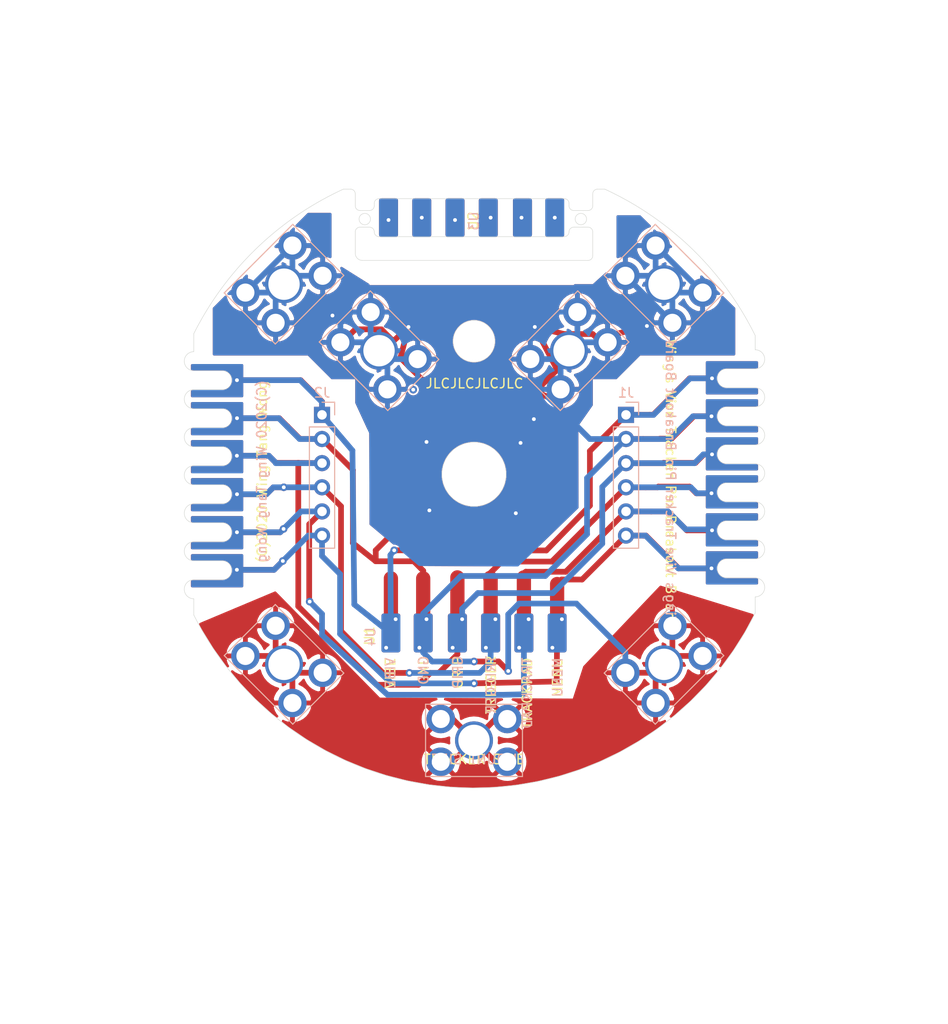
<source format=kicad_pcb>
(kicad_pcb (version 20171130) (host pcbnew "(5.1.7-0-10_14)")
  (layers (0 F.Cu signal) (31 B.Cu signal) (34 B.Paste user) (35 F.Paste user) (36 B.SilkS user) (37 F.SilkS user) (38 B.Mask user) (39 F.Mask user) (44 Edge.Cuts user))
  (net 0 "")
  (net 1 MENU)
  (net 2 TRACKPAD)
  (net 3 VIBRATION-DIO)
  (net 4 GND)
  (net 5 GRIP)
  (net 6 TRIGGER)
  (net 7 MENU_SPACER)
  (net 8 TRACKPAD_SPACER)
  (net 9 VIBRATION-DIO_SPACER)
  (net 10 GND_SPACER)
  (net 11 GRIP_SPACER)
  (net 12 TRIGGER_SPACER)
  (module WingCustomParts:M3-Mount-Lug-Hole (layer B.Cu) (at 0 28)
    (fp_text reference M7 (at 0.3 0) (layer B.SilkS) (effects (justify mirror)))
    (fp_text value M3MountLugHole)
    (pad 1 thru_hole circle (at 0 0) (size 4 4) (drill 3.3) (layers *.Cu *.Mask) (net 4 GND))
    (pad 1 thru_hole circle (at -3.5 -2.25) (size 3 3) (drill 1.9) (layers *.Cu *.Mask) (net 4 GND))
    (pad 1 thru_hole circle (at -3.5 2.25) (size 3 3) (drill 1.9) (layers *.Cu *.Mask) (net 4 GND))
    (pad 1 thru_hole circle (at 3.5 2.25) (size 3 3) (drill 1.9) (layers *.Cu *.Mask) (net 4 GND))
    (pad 1 thru_hole circle (at 3.5 -2.25) (size 3 3) (drill 1.9) (layers *.Cu *.Mask) (net 4 GND))
  )
  (module WingCustomParts:M3-Mount-Lug-Hole (layer B.Cu) (at 20 20 45)
    (fp_text reference M6 (at 0.3 0 45) (layer B.SilkS) (effects (justify mirror)))
    (fp_text value M3MountLugHole)
    (pad 1 thru_hole circle (at 0 0 45) (size 4 4) (drill 3.3) (layers *.Cu *.Mask) (net 4 GND))
    (pad 1 thru_hole circle (at -3.5 -2.25 45) (size 3 3) (drill 1.9) (layers *.Cu *.Mask) (net 4 GND))
    (pad 1 thru_hole circle (at -3.5 2.25 45) (size 3 3) (drill 1.9) (layers *.Cu *.Mask) (net 4 GND))
    (pad 1 thru_hole circle (at 3.5 2.25 45) (size 3 3) (drill 1.9) (layers *.Cu *.Mask) (net 4 GND))
    (pad 1 thru_hole circle (at 3.5 -2.25 45) (size 3 3) (drill 1.9) (layers *.Cu *.Mask) (net 4 GND))
  )
  (module WingCustomParts:M3-Mount-Lug-Hole (layer B.Cu) (at -20 20 135)
    (fp_text reference M5 (at 0.3 0 135) (layer B.SilkS) (effects (justify mirror)))
    (fp_text value M3MountLugHole)
    (pad 1 thru_hole circle (at 0 0 135) (size 4 4) (drill 3.3) (layers *.Cu *.Mask) (net 4 GND))
    (pad 1 thru_hole circle (at -3.5 -2.25 135) (size 3 3) (drill 1.9) (layers *.Cu *.Mask) (net 4 GND))
    (pad 1 thru_hole circle (at -3.5 2.25 135) (size 3 3) (drill 1.9) (layers *.Cu *.Mask) (net 4 GND))
    (pad 1 thru_hole circle (at 3.5 2.25 135) (size 3 3) (drill 1.9) (layers *.Cu *.Mask) (net 4 GND))
    (pad 1 thru_hole circle (at 3.5 -2.25 135) (size 3 3) (drill 1.9) (layers *.Cu *.Mask) (net 4 GND))
  )
  (module WingCustomParts:M3-Mount-Lug-Hole (layer B.Cu) (at -10 -13 135)
    (fp_text reference M4 (at 0.3 0 135) (layer B.SilkS) (effects (justify mirror)))
    (fp_text value M3MountLugHole)
    (pad 1 thru_hole circle (at 0 0 135) (size 4 4) (drill 3.3) (layers *.Cu *.Mask) (net 4 GND))
    (pad 1 thru_hole circle (at -3.5 -2.25 135) (size 3 3) (drill 1.9) (layers *.Cu *.Mask) (net 4 GND))
    (pad 1 thru_hole circle (at -3.5 2.25 135) (size 3 3) (drill 1.9) (layers *.Cu *.Mask) (net 4 GND))
    (pad 1 thru_hole circle (at 3.5 2.25 135) (size 3 3) (drill 1.9) (layers *.Cu *.Mask) (net 4 GND))
    (pad 1 thru_hole circle (at 3.5 -2.25 135) (size 3 3) (drill 1.9) (layers *.Cu *.Mask) (net 4 GND))
  )
  (module WingCustomParts:M3-Mount-Lug-Hole (layer B.Cu) (at 10 -13 45)
    (fp_text reference M3 (at 0.3 0 45) (layer B.SilkS) (effects (justify mirror)))
    (fp_text value M3MountLugHole)
    (pad 1 thru_hole circle (at 0 0 45) (size 4 4) (drill 3.3) (layers *.Cu *.Mask) (net 4 GND))
    (pad 1 thru_hole circle (at -3.5 -2.25 45) (size 3 3) (drill 1.9) (layers *.Cu *.Mask) (net 4 GND))
    (pad 1 thru_hole circle (at -3.5 2.25 45) (size 3 3) (drill 1.9) (layers *.Cu *.Mask) (net 4 GND))
    (pad 1 thru_hole circle (at 3.5 2.25 45) (size 3 3) (drill 1.9) (layers *.Cu *.Mask) (net 4 GND))
    (pad 1 thru_hole circle (at 3.5 -2.25 45) (size 3 3) (drill 1.9) (layers *.Cu *.Mask) (net 4 GND))
  )
  (module WingCustomParts:M3-Mount-Lug-Hole (layer B.Cu) (at -20 -20 225)
    (fp_text reference M2 (at 0.3 0 225) (layer B.SilkS) (effects (justify mirror)))
    (fp_text value M3MountLugHole)
    (pad 1 thru_hole circle (at 0 0 225) (size 4 4) (drill 3.3) (layers *.Cu *.Mask) (net 4 GND))
    (pad 1 thru_hole circle (at -3.5 -2.25 225) (size 3 3) (drill 1.9) (layers *.Cu *.Mask) (net 4 GND))
    (pad 1 thru_hole circle (at -3.5 2.25 225) (size 3 3) (drill 1.9) (layers *.Cu *.Mask) (net 4 GND))
    (pad 1 thru_hole circle (at 3.5 2.25 225) (size 3 3) (drill 1.9) (layers *.Cu *.Mask) (net 4 GND))
    (pad 1 thru_hole circle (at 3.5 -2.25 225) (size 3 3) (drill 1.9) (layers *.Cu *.Mask) (net 4 GND))
  )
  (module WingCustomParts:M3-Mount-Lug-Hole (layer B.Cu) (at 20 -20 315)
    (fp_text reference M1 (at 0.3 0 315) (layer B.SilkS) (effects (justify mirror)))
    (fp_text value M3MountLugHole)
    (pad 1 thru_hole circle (at 0 0 315) (size 4 4) (drill 3.3) (layers *.Cu *.Mask) (net 4 GND))
    (pad 1 thru_hole circle (at -3.5 -2.25 315) (size 3 3) (drill 1.9) (layers *.Cu *.Mask) (net 4 GND))
    (pad 1 thru_hole circle (at -3.5 2.25 315) (size 3 3) (drill 1.9) (layers *.Cu *.Mask) (net 4 GND))
    (pad 1 thru_hole circle (at 3.5 2.25 315) (size 3 3) (drill 1.9) (layers *.Cu *.Mask) (net 4 GND))
    (pad 1 thru_hole circle (at 3.5 -2.25 315) (size 3 3) (drill 1.9) (layers *.Cu *.Mask) (net 4 GND))
  )
  (module "WingCustomParts:SteamVR 6-pin Pad" (layer B.Cu) (at 0 16.7)
    (fp_text reference U4 (at -10.9 0.4 90) (layer B.SilkS) (effects (justify mirror)))
    (fp_text value ViveTracker)
    (pad 6 smd roundrect (at 8.75 0) (size 2 4.1) (layers B.Cu B.Paste B.Mask) (roundrect_rratio 0.125) (net 1 MENU))
    (pad 5 smd roundrect (at 5.25 0) (size 2 4.1) (layers B.Cu B.Paste B.Mask) (roundrect_rratio 0.125) (net 2 TRACKPAD))
    (pad 1 smd roundrect (at -8.75 0) (size 2 4.1) (layers B.Cu B.Paste B.Mask) (roundrect_rratio 0.125) (net 3 VIBRATION-DIO))
    (pad 2 smd roundrect (at -5.35 0) (size 2 4.1) (layers B.Cu B.Paste B.Mask) (roundrect_rratio 0.125) (net 4 GND))
    (pad 3 smd roundrect (at -1.75 0) (size 2 4.1) (layers B.Cu B.Paste B.Mask) (roundrect_rratio 0.125) (net 5 GRIP))
    (pad 4 smd roundrect (at 1.75 0) (size 2 4.1) (layers B.Cu B.Paste B.Mask) (roundrect_rratio 0.125) (net 6 TRIGGER))
  )
  (module Connector_PinHeader_2.54mm:PinHeader_1x06_P2.54mm_Vertical (layer B.Cu) (at -16 -6.25 180)
    (fp_text reference J2 (at 0 2.33) (layer B.SilkS) (effects (justify mirror)))
    (fp_text value Conn_01x06)
    (pad 6 thru_hole oval (at 0 -12.7 180) (size 1.7 1.7) (drill 1) (layers *.Cu *.Mask) (net 1 MENU))
    (pad 5 thru_hole oval (at 0 -10.16 180) (size 1.7 1.7) (drill 1) (layers *.Cu *.Mask) (net 2 TRACKPAD))
    (pad 4 thru_hole oval (at 0 -7.62 180) (size 1.7 1.7) (drill 1) (layers *.Cu *.Mask) (net 6 TRIGGER))
    (pad 3 thru_hole oval (at 0 -5.08 180) (size 1.7 1.7) (drill 1) (layers *.Cu *.Mask) (net 5 GRIP))
    (pad 2 thru_hole oval (at 0 -2.54 180) (size 1.7 1.7) (drill 1) (layers *.Cu *.Mask) (net 4 GND))
    (pad 1 thru_hole rect (at 0 0 180) (size 1.7 1.7) (drill 1) (layers *.Cu *.Mask) (net 3 VIBRATION-DIO))
  )
  (module Connector_PinHeader_2.54mm:PinHeader_1x06_P2.54mm_Vertical (layer B.Cu) (at 16 -6.25 180)
    (fp_text reference J1 (at 0 2.33) (layer B.SilkS) (effects (justify mirror)))
    (fp_text value Conn_01x06)
    (pad 6 thru_hole oval (at 0 -12.7 180) (size 1.7 1.7) (drill 1) (layers *.Cu *.Mask) (net 1 MENU))
    (pad 5 thru_hole oval (at 0 -10.16 180) (size 1.7 1.7) (drill 1) (layers *.Cu *.Mask) (net 2 TRACKPAD))
    (pad 4 thru_hole oval (at 0 -7.62 180) (size 1.7 1.7) (drill 1) (layers *.Cu *.Mask) (net 6 TRIGGER))
    (pad 3 thru_hole oval (at 0 -5.08 180) (size 1.7 1.7) (drill 1) (layers *.Cu *.Mask) (net 5 GRIP))
    (pad 2 thru_hole oval (at 0 -2.54 180) (size 1.7 1.7) (drill 1) (layers *.Cu *.Mask) (net 4 GND))
    (pad 1 thru_hole rect (at 0 0 180) (size 1.7 1.7) (drill 1) (layers *.Cu *.Mask) (net 3 VIBRATION-DIO))
  )
  (module "WingCustomParts:SteamVR 6-pin Pad" (layer B.Cu) (at -0.25 -27 180)
    (fp_text reference U3 (at -0.25 -0.35 90) (layer B.SilkS) (effects (justify mirror)))
    (fp_text value ViveTracker)
    (pad 6 smd roundrect (at 8.75 0 180) (size 2 4.1) (layers B.Cu B.Paste B.Mask) (roundrect_rratio 0.125) (net 7 MENU_SPACER))
    (pad 5 smd roundrect (at 5.25 0 180) (size 2 4.1) (layers B.Cu B.Paste B.Mask) (roundrect_rratio 0.125) (net 8 TRACKPAD_SPACER))
    (pad 1 smd roundrect (at -8.75 0 180) (size 2 4.1) (layers B.Cu B.Paste B.Mask) (roundrect_rratio 0.125) (net 9 VIBRATION-DIO_SPACER))
    (pad 2 smd roundrect (at -5.35 0 180) (size 2 4.1) (layers B.Cu B.Paste B.Mask) (roundrect_rratio 0.125) (net 10 GND_SPACER))
    (pad 3 smd roundrect (at -1.75 0 180) (size 2 4.1) (layers B.Cu B.Paste B.Mask) (roundrect_rratio 0.125) (net 11 GRIP_SPACER))
    (pad 4 smd roundrect (at 1.75 0 180) (size 2 4.1) (layers B.Cu B.Paste B.Mask) (roundrect_rratio 0.125) (net 12 TRIGGER_SPACER))
  )
  (module "WingCustomParts:SteamVR 6-pin Pad" (layer F.Cu) (at -0.25 -27 180)
    (fp_text reference U2 (at -0.15 -0.35 90) (layer F.SilkS))
    (fp_text value ViveTracker)
    (pad 6 smd roundrect (at 8.75 0 180) (size 2 4.1) (layers F.Cu F.Paste F.Mask) (roundrect_rratio 0.125) (net 7 MENU_SPACER))
    (pad 5 smd roundrect (at 5.25 0 180) (size 2 4.1) (layers F.Cu F.Paste F.Mask) (roundrect_rratio 0.125) (net 8 TRACKPAD_SPACER))
    (pad 1 smd roundrect (at -8.75 0 180) (size 2 4.1) (layers F.Cu F.Paste F.Mask) (roundrect_rratio 0.125) (net 9 VIBRATION-DIO_SPACER))
    (pad 2 smd roundrect (at -5.35 0 180) (size 2 4.1) (layers F.Cu F.Paste F.Mask) (roundrect_rratio 0.125) (net 10 GND_SPACER))
    (pad 3 smd roundrect (at -1.75 0 180) (size 2 4.1) (layers F.Cu F.Paste F.Mask) (roundrect_rratio 0.125) (net 11 GRIP_SPACER))
    (pad 4 smd roundrect (at 1.75 0 180) (size 2 4.1) (layers F.Cu F.Paste F.Mask) (roundrect_rratio 0.125) (net 12 TRIGGER_SPACER))
  )
  (module WingCustomParts:VRPadMinOutline (layer F.Cu) (at 0 0)
    (fp_text reference U1 (at -11 17 90) (layer F.SilkS))
    (fp_text value ViveTracker-holes)
    (pad 6 smd roundrect (at 8.75 16.69) (size 2 4.1) (layers F.Cu F.Paste F.Mask) (roundrect_rratio 0.125) (net 1 MENU))
    (pad 5 smd roundrect (at 5.25 16.69) (size 2 4.1) (layers F.Cu F.Paste F.Mask) (roundrect_rratio 0.125) (net 2 TRACKPAD))
    (pad 1 smd roundrect (at -8.75 16.69) (size 2 4.1) (layers F.Cu F.Paste F.Mask) (roundrect_rratio 0.125) (net 3 VIBRATION-DIO))
    (pad 2 smd roundrect (at -5.35 16.69) (size 2 4.1) (layers F.Cu F.Paste F.Mask) (roundrect_rratio 0.125) (net 4 GND))
    (pad 3 smd roundrect (at -1.75 16.69) (size 2 4.1) (layers F.Cu F.Paste F.Mask) (roundrect_rratio 0.125) (net 5 GRIP))
    (pad 4 smd roundrect (at 1.75 16.69) (size 2 4.1) (layers F.Cu F.Paste F.Mask) (roundrect_rratio 0.125) (net 6 TRIGGER))
  )
  (gr_text "(C)2020 Wing Tang Wong" (at -22.35 -0.3 90) (layer B.SilkS) (effects (font (size 1 1)) (justify mirror)))
  (gr_text "(C)2020 Wing Tang Wong" (at -22.3 -0.25 90) (layer F.SilkS) (effects (font (size 1 1))))
  (gr_line (start 13.792911 -29.984589) (end 13.75 -30) (layer Edge.Cuts) (width 0.05))
  (gr_arc (start 0 0) (end -13.749999 -29.999999) (angle -38.73374838) (layer Edge.Cuts) (width 0.05))
  (gr_line (start -29.5 -12.9) (end -29.5 -14.8) (layer Edge.Cuts) (width 0.05))
  (gr_line (start -29.5 13.1) (end -29.5 14.8) (layer Edge.Cuts) (width 0.05))
  (gr_arc (start 0 0) (end 29.6 -14.6) (angle -39.04306178) (layer Edge.Cuts) (width 0.05))
  (gr_line (start 29.6 -13.1) (end 29.6 -14.6) (layer Edge.Cuts) (width 0.05))
  (gr_line (start 29.6 12.9) (end 29.6 14.6) (layer Edge.Cuts) (width 0.05))
  (gr_line (start -29.5 11.1) (end -26.5 11.1) (layer Edge.Cuts) (width 0.05))
  (gr_line (start -29.5 9.1) (end -26.5 9.1) (layer Edge.Cuts) (width 0.05))
  (gr_arc (start -29.5 8.1) (end -29.5 7.1) (angle -180) (layer Edge.Cuts) (width 0.05))
  (gr_arc (start -26.5 6.1) (end -26.5 7.1) (angle -180) (layer Edge.Cuts) (width 0.05))
  (gr_line (start -29.5 3.1) (end -26.5 3.1) (layer Edge.Cuts) (width 0.05))
  (gr_line (start -29.5 5.1) (end -26.5 5.1) (layer Edge.Cuts) (width 0.05))
  (gr_line (start -29.5 1.1) (end -26.5 1.1) (layer Edge.Cuts) (width 0.05))
  (gr_arc (start -29.5 0.1) (end -29.5 -0.9) (angle -180) (layer Edge.Cuts) (width 0.05))
  (gr_arc (start -26.5 2.1) (end -26.5 3.1) (angle -180) (layer Edge.Cuts) (width 0.05))
  (gr_line (start -29.5 -8.9) (end -26.5 -8.9) (layer Edge.Cuts) (width 0.05))
  (gr_line (start -29.5 -0.9) (end -26.5 -0.9) (layer Edge.Cuts) (width 0.05))
  (gr_arc (start -29.5 4.1) (end -29.5 3.1) (angle -180) (layer Edge.Cuts) (width 0.05))
  (gr_line (start -29.5 7.1) (end -26.5 7.1) (layer Edge.Cuts) (width 0.05))
  (gr_line (start -29.5 -6.9) (end -26.5 -6.9) (layer Edge.Cuts) (width 0.05))
  (gr_arc (start -29.5 -7.9) (end -29.5 -8.9) (angle -180) (layer Edge.Cuts) (width 0.05))
  (gr_arc (start -26.5 -1.9) (end -26.5 -0.9) (angle -180) (layer Edge.Cuts) (width 0.05))
  (gr_arc (start -26.5 -9.9) (end -26.5 -8.9) (angle -180) (layer Edge.Cuts) (width 0.05))
  (gr_line (start -29.5 -10.9) (end -26.5 -10.9) (layer Edge.Cuts) (width 0.05))
  (gr_line (start -29.5 -4.9) (end -26.5 -4.9) (layer Edge.Cuts) (width 0.05))
  (gr_line (start -29.5 -2.9) (end -26.5 -2.9) (layer Edge.Cuts) (width 0.05))
  (gr_arc (start -29.5 -3.9) (end -29.5 -4.9) (angle -180) (layer Edge.Cuts) (width 0.05))
  (gr_arc (start -26.5 -5.9) (end -26.5 -4.9) (angle -180) (layer Edge.Cuts) (width 0.05))
  (gr_arc (start -29.5 -11.9) (end -29.5 -12.9) (angle -180) (layer Edge.Cuts) (width 0.05))
  (gr_arc (start -29.5 12.1) (end -29.5 11.1) (angle -180) (layer Edge.Cuts) (width 0.05))
  (gr_arc (start -26.5 10.1) (end -26.5 11.1) (angle -180) (layer Edge.Cuts) (width 0.05))
  (gr_line (start 29.6 10.9) (end 26.6 10.9) (layer Edge.Cuts) (width 0.05))
  (gr_arc (start 29.6 11.9) (end 29.6 12.9) (angle -180) (layer Edge.Cuts) (width 0.05))
  (gr_line (start 29.6 8.9) (end 26.6 8.9) (layer Edge.Cuts) (width 0.05))
  (gr_line (start 29.6 6.9) (end 26.6 6.9) (layer Edge.Cuts) (width 0.05))
  (gr_arc (start 29.6 7.9) (end 29.6 8.9) (angle -180) (layer Edge.Cuts) (width 0.05))
  (gr_arc (start 26.6 9.9) (end 26.6 8.9) (angle -180) (layer Edge.Cuts) (width 0.05))
  (gr_line (start 29.6 4.9) (end 26.6 4.9) (layer Edge.Cuts) (width 0.05))
  (gr_line (start 29.6 2.9) (end 26.6 2.9) (layer Edge.Cuts) (width 0.05))
  (gr_arc (start 29.6 3.9) (end 29.6 4.9) (angle -180) (layer Edge.Cuts) (width 0.05))
  (gr_arc (start 26.6 5.9) (end 26.6 4.9) (angle -180) (layer Edge.Cuts) (width 0.05))
  (gr_line (start 29.6 0.9) (end 26.6 0.9) (layer Edge.Cuts) (width 0.05))
  (gr_line (start 29.6 -1.1) (end 26.6 -1.1) (layer Edge.Cuts) (width 0.05))
  (gr_arc (start 29.6 -0.1) (end 29.6 0.9) (angle -180) (layer Edge.Cuts) (width 0.05))
  (gr_arc (start 26.6 1.9) (end 26.6 0.9) (angle -180) (layer Edge.Cuts) (width 0.05))
  (gr_line (start 29.6 -3.1) (end 26.6 -3.1) (layer Edge.Cuts) (width 0.05))
  (gr_line (start 29.6 -5.1) (end 26.6 -5.1) (layer Edge.Cuts) (width 0.05))
  (gr_arc (start 29.6 -4.1) (end 29.6 -3.1) (angle -180) (layer Edge.Cuts) (width 0.05))
  (gr_arc (start 26.6 -2.1) (end 26.6 -3.1) (angle -180) (layer Edge.Cuts) (width 0.05))
  (gr_line (start 29.6 -7.1) (end 26.6 -7.1) (layer Edge.Cuts) (width 0.05))
  (gr_line (start 29.6 -9.1) (end 26.6 -9.1) (layer Edge.Cuts) (width 0.05))
  (gr_arc (start 29.6 -8.1) (end 29.6 -7.1) (angle -180) (layer Edge.Cuts) (width 0.05))
  (gr_arc (start 26.6 -6.1) (end 26.6 -7.1) (angle -180) (layer Edge.Cuts) (width 0.05))
  (gr_arc (start 26.6 -10.1) (end 26.6 -11.1) (angle -180) (layer Edge.Cuts) (width 0.05))
  (gr_arc (start 29.6 -12.1) (end 29.6 -11.1) (angle -180) (layer Edge.Cuts) (width 0.05))
  (gr_line (start 29.6 -11.1) (end 26.6 -11.1) (layer Edge.Cuts) (width 0.05))
  (gr_text TRIGGER (at 1.8 19 90) (layer B.SilkS) (effects (font (size 1 1)) (justify left mirror)))
  (gr_text MENU (at 8.8 19.2 90) (layer B.SilkS) (effects (font (size 1 1)) (justify left mirror)))
  (gr_text GND (at -5.3 19 90) (layer B.SilkS) (effects (font (size 1 1)) (justify left mirror)))
  (gr_text TRACKPAD (at 5.6 19.2 90) (layer B.SilkS) (effects (font (size 1 1)) (justify left mirror)))
  (gr_text GRIP (at -1.7 19 90) (layer B.SilkS) (effects (font (size 1 1)) (justify left mirror)))
  (gr_text VIBE (at -8.8 19.2 90) (layer B.SilkS) (effects (font (size 1 1)) (justify left mirror)))
  (gr_text MENU (at 8.8 19.2 90) (layer F.SilkS) (effects (font (size 1 1)) (justify right)))
  (gr_text TRACKPAD (at 5.6 19.2 90) (layer F.SilkS) (effects (font (size 1 1)) (justify right)))
  (gr_text TRIGGER (at 1.8 19 90) (layer F.SilkS) (effects (font (size 1 1)) (justify right)))
  (gr_text GRIP (at -1.7 19 90) (layer F.SilkS) (effects (font (size 1 1)) (justify right)))
  (gr_text GND (at -5.3 19 90) (layer F.SilkS) (effects (font (size 1 1)) (justify right)))
  (gr_text VIBE (at -8.8 19.2 90) (layer F.SilkS) (effects (font (size 1 1)) (justify right)))
  (gr_text "Wing’s Vive Tracker Pin Breakout Board" (at 20.7 0.95 270) (layer B.SilkS) (effects (font (size 1 1)) (justify mirror)))
  (gr_text "Wing’s Vive Tracker Pin Breakout Board" (at 20.7 0.85 270) (layer F.SilkS) (effects (font (size 1 1))))
  (gr_text JLCJLCJLCJLC (at 0.05 -9.55) (layer F.SilkS) (effects (font (size 1 1))))
  (gr_circle (center 11.25 -26.85) (end 11.85 -26.85) (layer Edge.Cuts) (width 0.05))
  (gr_circle (center -11.5 -26.85) (end -10.9 -26.85) (layer Edge.Cuts) (width 0.05))
  (gr_line (start 12.5 -29.5) (end 12.5 -28.25) (layer Edge.Cuts) (width 0.05))
  (gr_line (start 12.5 -23) (end 12.5 -25.5) (layer Edge.Cuts) (width 0.05))
  (gr_line (start 10 -28.5) (end 10 -28.25) (layer Edge.Cuts) (width 0.05))
  (gr_line (start -12.5 -29.5) (end -12.5 -28.25) (layer Edge.Cuts) (width 0.05))
  (gr_line (start -12.5 -25.5) (end -12.5 -23.25) (layer Edge.Cuts) (width 0.05))
  (gr_line (start -10.5 -28.25) (end -10.5 -28.5) (layer Edge.Cuts) (width 0.05))
  (gr_arc (start -11 -28.25) (end -11 -27.75) (angle -90) (layer Edge.Cuts) (width 0.05))
  (gr_arc (start -12 -28.25) (end -12.5 -28.25) (angle -90) (layer Edge.Cuts) (width 0.05))
  (gr_arc (start -12 -25.5) (end -12 -26) (angle -90) (layer Edge.Cuts) (width 0.05))
  (gr_arc (start -11 -25.5) (end -10.5 -25.5) (angle -90) (layer Edge.Cuts) (width 0.05))
  (gr_arc (start 10.5 -28.25) (end 10 -28.25) (angle -90) (layer Edge.Cuts) (width 0.05))
  (gr_arc (start 10.5 -25.5) (end 10.5 -26) (angle -90) (layer Edge.Cuts) (width 0.05))
  (gr_arc (start 12 -25.5) (end 12.5 -25.5) (angle -90) (layer Edge.Cuts) (width 0.05))
  (gr_arc (start 12 -28.25) (end 12 -27.75) (angle -90) (layer Edge.Cuts) (width 0.05))
  (gr_line (start 12 -26) (end 10.5 -26) (layer Edge.Cuts) (width 0.05))
  (gr_line (start 12 -27.75) (end 10.5 -27.75) (layer Edge.Cuts) (width 0.05))
  (gr_line (start -11 -26) (end -12 -26) (layer Edge.Cuts) (width 0.05))
  (gr_line (start -11 -27.75) (end -12 -27.75) (layer Edge.Cuts) (width 0.05))
  (gr_arc (start -10 -28.5) (end -10 -29) (angle -90) (layer Edge.Cuts) (width 0.05))
  (gr_arc (start -10 -25.5) (end -10.5 -25.5) (angle -90) (layer Edge.Cuts) (width 0.05))
  (gr_arc (start 9.5 -25.5) (end 9.5 -25) (angle -90) (layer Edge.Cuts) (width 0.05))
  (gr_arc (start 9.5 -28.5) (end 10 -28.5) (angle -90) (layer Edge.Cuts) (width 0.05))
  (gr_arc (start -13 -29.5) (end -12.5 -29.5) (angle -90) (layer Edge.Cuts) (width 0.05))
  (gr_arc (start 13 -29.5) (end 13 -30) (angle -90) (layer Edge.Cuts) (width 0.05))
  (gr_arc (start 12 -23) (end 12 -22.5) (angle -90) (layer Edge.Cuts) (width 0.05))
  (gr_arc (start -11.75 -23.25) (end -12.5 -23.25) (angle -90) (layer Edge.Cuts) (width 0.05))
  (gr_arc (start 0 0) (end -29.5 14.8) (angle -127.1028117) (layer Edge.Cuts) (width 0.05))
  (gr_line (start -13 -30) (end -13.75 -30) (layer Edge.Cuts) (width 0.05))
  (gr_line (start 13 -30) (end 13.75 -30) (layer Edge.Cuts) (width 0.05))
  (gr_line (start -11.75 -22.5) (end 12 -22.5) (layer Edge.Cuts) (width 0.05))
  (gr_line (start -10 -29) (end 9.5 -29) (layer Edge.Cuts) (width 0.05))
  (gr_line (start 9.5 -25) (end -10 -25) (layer Edge.Cuts) (width 0.05))
  (gr_text "MOUNT SIDE" (at 0 30) (layer B.SilkS) (effects (font (size 1 1)) (justify mirror)))
  (gr_text "TRACKER SIDE" (at 0 30) (layer F.SilkS) (effects (font (size 1 1))))
  (gr_circle (center 0 -14) (end 2.2 -13.95) (layer Edge.Cuts) (width 0.05))
  (gr_circle (center 0 0) (end 3.3782 0) (layer Edge.Cuts) (width 0.05))
  (via (at -6.4 -8.9) (size 0.8) (drill 0.4) (layers F.Cu B.Cu) (net 0))
  (segment (start -15.934136 20.883883) (end -19.116117 20.883883) (width 0.6) (layer F.Cu) (net 4))
  (segment (start -20.883883 15.934136) (end -20.883883 19.116117) (width 0.6) (layer F.Cu) (net 4))
  (segment (start -20.883883 19.116117) (end -20 20) (width 0.6) (layer F.Cu) (net 4))
  (segment (start -24.065864 19.116117) (end -20.883883 19.116117) (width 0.6) (layer F.Cu) (net 4))
  (segment (start -19.116117 20.883883) (end -20 20) (width 0.6) (layer F.Cu) (net 4))
  (segment (start -19.116117 24.065864) (end -19.116117 20.883883) (width 0.6) (layer F.Cu) (net 4))
  (segment (start -2.25 25.75) (end 0 28) (width 0.6) (layer F.Cu) (net 4))
  (segment (start -3.5 25.75) (end -2.25 25.75) (width 0.6) (layer F.Cu) (net 4))
  (segment (start 2.25 25.75) (end 0 28) (width 0.6) (layer F.Cu) (net 4))
  (segment (start 3.5 25.75) (end 2.25 25.75) (width 0.6) (layer F.Cu) (net 4))
  (segment (start -2.25 30.25) (end 0 28) (width 0.6) (layer F.Cu) (net 4))
  (segment (start -3.5 30.25) (end -2.25 30.25) (width 0.6) (layer F.Cu) (net 4))
  (segment (start 2.25 30.25) (end 0 28) (width 0.6) (layer F.Cu) (net 4))
  (segment (start 3.5 30.25) (end 2.25 30.25) (width 0.6) (layer F.Cu) (net 4))
  (segment (start 15.934136 20.883883) (end 19.116117 20.883883) (width 0.6) (layer F.Cu) (net 4))
  (segment (start 19.116117 20.883883) (end 20 20) (width 0.6) (layer F.Cu) (net 4))
  (segment (start 19.116117 24.065864) (end 19.116117 20.883883) (width 0.6) (layer F.Cu) (net 4))
  (segment (start 24.065864 19.116117) (end 20.883883 19.116117) (width 0.6) (layer F.Cu) (net 4))
  (segment (start 20.883883 19.116117) (end 20 20) (width 0.6) (layer F.Cu) (net 4))
  (segment (start 20.883883 15.934136) (end 20.883883 19.116117) (width 0.6) (layer F.Cu) (net 4))
  (via (at 9.25 15.25) (size 0.8) (drill 0.4) (layers F.Cu B.Cu) (net 1))
  (via (at 8.25 18.25) (size 0.8) (drill 0.4) (layers F.Cu B.Cu) (net 1))
  (segment (start 25 9.9) (end 25.056482 9.9) (width 0.6) (layer F.Cu) (net 1))
  (via (at 25 9.9) (size 0.8) (drill 0.4) (layers F.Cu B.Cu) (net 1))
  (segment (start -16 6.45) (end -17.45 6.45) (width 0.6) (layer B.Cu) (net 1))
  (segment (start -21.05 10.05) (end -24.963961 10.05) (width 0.6) (layer B.Cu) (net 1))
  (segment (start -24.963961 10.05) (end -24.964125 10.051741) (width 0.6) (layer B.Cu) (net 1))
  (segment (start -24.963961 10.05) (end -24.963961 10.05) (width 0.6) (layer B.Cu) (net 1))
  (via (at -24.963961 10.05) (size 0.8) (drill 0.4) (layers F.Cu B.Cu) (net 1))
  (segment (start -21.05 10.05) (end -20.125 9.125) (width 0.6) (layer F.Cu) (net 1))
  (segment (start -24.963961 10.05) (end -21.05 10.05) (width 0.6) (layer F.Cu) (net 1))
  (via (at -20.125 9.125) (size 0.8) (drill 0.4) (layers F.Cu B.Cu) (net 1))
  (segment (start -20.125 9.125) (end -21.05 10.05) (width 0.6) (layer B.Cu) (net 1))
  (segment (start -17.45 6.45) (end -20.125 9.125) (width 0.6) (layer B.Cu) (net 1))
  (segment (start 16 6.45) (end 18.05 6.45) (width 0.6) (layer B.Cu) (net 1))
  (segment (start 21.5 9.9) (end 25 9.9) (width 0.6) (layer B.Cu) (net 1))
  (segment (start 18.05 6.45) (end 21.5 9.9) (width 0.6) (layer B.Cu) (net 1))
  (segment (start 16 6.45) (end 17.85 6.45) (width 0.6) (layer F.Cu) (net 1))
  (segment (start 17.85 6.45) (end 17.9 6.45) (width 0.6) (layer F.Cu) (net 1))
  (segment (start 17.85 6.45) (end 17.95 6.45) (width 0.6) (layer F.Cu) (net 1))
  (segment (start 21.55 9.9) (end 25 9.9) (width 0.6) (layer F.Cu) (net 1))
  (segment (start 18.1 6.45) (end 21.55 9.9) (width 0.6) (layer F.Cu) (net 1))
  (segment (start 17.95 6.45) (end 18.1 6.45) (width 0.6) (layer F.Cu) (net 1))
  (segment (start 11.375 11.075) (end 16 6.45) (width 0.6) (layer F.Cu) (net 1))
  (segment (start 9.225 11.075) (end 11.375 11.075) (width 0.6) (layer F.Cu) (net 1))
  (segment (start 8.75 11.55) (end 9.225 11.075) (width 0.6) (layer F.Cu) (net 1))
  (segment (start 8.75 16.69) (end 8.75 11.55) (width 1.5) (layer F.Cu) (net 1))
  (via (at 5.75 15.25) (size 0.8) (drill 0.4) (layers F.Cu B.Cu) (net 2))
  (via (at 4.75 18.25) (size 0.8) (drill 0.4) (layers F.Cu B.Cu) (net 2))
  (via (at -17.3 13.4) (size 0.8) (drill 0.4) (layers F.Cu B.Cu) (net 2))
  (segment (start -17.350001 5.260001) (end -17.350001 13.349999) (width 0.6) (layer F.Cu) (net 2))
  (segment (start -17.350001 13.349999) (end -17.3 13.4) (width 0.6) (layer F.Cu) (net 2))
  (segment (start -16 3.91) (end -17.350001 5.260001) (width 0.6) (layer F.Cu) (net 2))
  (segment (start 25.056482 5.9) (end 25.056482 5.9) (width 0.6) (layer F.Cu) (net 2))
  (via (at 25.056482 5.9) (size 0.8) (drill 0.4) (layers F.Cu B.Cu) (net 2))
  (segment (start -16 3.91) (end -18.21 3.91) (width 0.6) (layer B.Cu) (net 2))
  (segment (start -20.4 6.1) (end -24.956482 6.100001) (width 0.6) (layer B.Cu) (net 2))
  (segment (start -24.956482 6.100001) (end -24.956482 6.100001) (width 0.6) (layer B.Cu) (net 2))
  (via (at -24.956482 6.100001) (size 0.8) (drill 0.4) (layers F.Cu B.Cu) (net 2))
  (via (at -20.05 5.75) (size 0.8) (drill 0.4) (layers F.Cu B.Cu) (net 2))
  (segment (start -24.956482 6.100001) (end -20.400001 6.100001) (width 0.6) (layer F.Cu) (net 2))
  (segment (start -20.05 5.75) (end -20.4 6.1) (width 0.6) (layer B.Cu) (net 2))
  (segment (start -20.400001 6.100001) (end -20.05 5.75) (width 0.6) (layer F.Cu) (net 2))
  (segment (start -18.21 3.91) (end -20.05 5.75) (width 0.6) (layer B.Cu) (net 2))
  (segment (start 16 3.91) (end 20.41 3.91) (width 0.6) (layer B.Cu) (net 2))
  (segment (start 20.41 3.91) (end 22.3 5.8) (width 0.6) (layer B.Cu) (net 2))
  (segment (start 24.956482 5.8) (end 25.056482 5.9) (width 0.6) (layer B.Cu) (net 2))
  (segment (start 22.3 5.8) (end 24.956482 5.8) (width 0.6) (layer B.Cu) (net 2))
  (segment (start 25.056482 5.9) (end 22.4 5.9) (width 0.6) (layer F.Cu) (net 2))
  (segment (start 22.4 5.9) (end 20.4 3.9) (width 0.6) (layer F.Cu) (net 2))
  (segment (start 16 3.91) (end 18.66 3.91) (width 0.6) (layer F.Cu) (net 2))
  (segment (start 20.39 3.91) (end 20.4 3.9) (width 0.6) (layer F.Cu) (net 2))
  (segment (start 18.66 3.91) (end 20.39 3.91) (width 0.6) (layer F.Cu) (net 2))
  (segment (start 5.25 10.45) (end 5.445 10.255) (width 0.6) (layer F.Cu) (net 2))
  (segment (start 5.445 10.255) (end 9.655 10.255) (width 0.6) (layer F.Cu) (net 2))
  (segment (start 16 3.91) (end 9.655 10.255) (width 0.6) (layer F.Cu) (net 2))
  (segment (start 5.25 16.69) (end 5.25 10.85) (width 1.5) (layer F.Cu) (net 2))
  (segment (start 5.25 10.85) (end 5.25 10.45) (width 0.6) (layer F.Cu) (net 2))
  (via (at -8.25 15.25) (size 0.8) (drill 0.4) (layers F.Cu B.Cu) (net 3))
  (via (at -9.25 18.25) (size 0.8) (drill 0.4) (layers F.Cu B.Cu) (net 3))
  (segment (start -12.6 13.7) (end -8.75 16.75) (width 0.6) (layer B.Cu) (net 3))
  (segment (start -12.8 -2.5) (end -12.6 13.7) (width 0.6) (layer B.Cu) (net 3))
  (segment (start -16 -6.25) (end -12.8 -2.5) (width 0.6) (layer B.Cu) (net 3))
  (segment (start 25.055322 -10.092671) (end 25.055322 -10.092671) (width 0.6) (layer F.Cu) (net 3))
  (via (at 25.055322 -10.092671) (size 0.8) (drill 0.4) (layers F.Cu B.Cu) (net 3))
  (segment (start -24.956482 -9.9) (end -24.956482 -9.9) (width 0.6) (layer B.Cu) (net 3))
  (via (at -24.956482 -9.9) (size 0.8) (drill 0.4) (layers F.Cu B.Cu) (net 3))
  (segment (start 16 -6.25) (end 18.9 -6.25) (width 0.6) (layer B.Cu) (net 3))
  (segment (start 22.742671 -10.092671) (end 25.055322 -10.092671) (width 0.6) (layer B.Cu) (net 3))
  (segment (start 18.9 -6.25) (end 22.742671 -10.092671) (width 0.6) (layer B.Cu) (net 3))
  (segment (start -16 -6.25) (end -16 -7.6) (width 0.6) (layer B.Cu) (net 3))
  (segment (start -18.3 -9.9) (end -24.956482 -9.9) (width 0.6) (layer B.Cu) (net 3))
  (segment (start -16 -7.6) (end -18.3 -9.9) (width 0.6) (layer B.Cu) (net 3))
  (segment (start -24.956482 -9.9) (end -18.25 -9.9) (width 0.6) (layer F.Cu) (net 3))
  (segment (start -18.25 -9.9) (end -16.75 -8.4) (width 0.6) (layer F.Cu) (net 3))
  (segment (start -16 -7.65) (end -16.75 -8.4) (width 0.6) (layer F.Cu) (net 3))
  (segment (start -16 -6.25) (end -16 -7.65) (width 0.6) (layer F.Cu) (net 3))
  (segment (start 16 -6.25) (end 18.5 -6.25) (width 0.6) (layer F.Cu) (net 3))
  (segment (start 22.692671 -10.092671) (end 25.055322 -10.092671) (width 0.6) (layer F.Cu) (net 3))
  (segment (start 18.85 -6.25) (end 22.692671 -10.092671) (width 0.6) (layer F.Cu) (net 3))
  (segment (start 18.5 -6.25) (end 18.85 -6.25) (width 0.6) (layer F.Cu) (net 3))
  (segment (start 12.2 -2.45) (end 16 -6.25) (width 0.6) (layer F.Cu) (net 3))
  (segment (start 12.2 3.3) (end 12.2 -2.45) (width 0.6) (layer F.Cu) (net 3))
  (segment (start 7.613698 8.013698) (end 12.2 3.3) (width 0.6) (layer F.Cu) (net 3))
  (segment (start -5.113698 8.013698) (end 7.613698 8.013698) (width 0.6) (layer F.Cu) (net 3))
  (segment (start -8.4 8) (end -5.113698 8.013698) (width 0.6) (layer F.Cu) (net 3))
  (segment (start -8.8 8.5) (end -8.75 16.7) (width 0.6) (layer B.Cu) (net 3))
  (segment (start -8.4 8) (end -8.8 8.5) (width 0.6) (layer B.Cu) (net 3))
  (via (at -8.4 8) (size 0.8) (drill 0.4) (layers F.Cu B.Cu) (net 3))
  (segment (start -8.75 16.69) (end -8.75 10.95) (width 1.5) (layer F.Cu) (net 3))
  (via (at -5 15.25) (size 0.8) (drill 0.4) (layers F.Cu B.Cu) (net 4))
  (via (at -5.75 18.25) (size 0.8) (drill 0.4) (layers F.Cu B.Cu) (net 4))
  (segment (start -5.35 16.69) (end -5.19 16.69) (width 0.25) (layer F.Cu) (net 4))
  (segment (start -5.35 16.69) (end -5.35 14.64) (width 0.6) (layer F.Cu) (net 4))
  (segment (start 16 -3.71) (end 11.9 0.39) (width 0.6) (layer B.Cu) (net 4))
  (segment (start 11.9 0.39) (end 11.9 6.3) (width 0.6) (layer B.Cu) (net 4))
  (segment (start 11.9 6.3) (end 7.5 10.7) (width 0.6) (layer B.Cu) (net 4))
  (segment (start -5.35 14.65) (end -5.35 16.7) (width 0.6) (layer B.Cu) (net 4))
  (segment (start -1.4 10.7) (end -5.35 14.65) (width 0.6) (layer B.Cu) (net 4))
  (segment (start 7.5 10.7) (end -1.4 10.7) (width 0.6) (layer B.Cu) (net 4))
  (segment (start 25 -6.1) (end 25 -6.1) (width 0.6) (layer F.Cu) (net 4))
  (via (at 25 -6.1) (size 0.8) (drill 0.4) (layers F.Cu B.Cu) (net 4))
  (segment (start -24.95 -5.9) (end -24.956482 -5.9) (width 0.6) (layer B.Cu) (net 4))
  (via (at -24.95 -5.9) (size 0.8) (drill 0.4) (layers F.Cu B.Cu) (net 4))
  (segment (start 23.05 -6.1) (end 25 -6.1) (width 0.6) (layer B.Cu) (net 4))
  (segment (start 20.66 -3.71) (end 23.05 -6.1) (width 0.6) (layer B.Cu) (net 4))
  (segment (start 16 -3.71) (end 20.66 -3.71) (width 0.6) (layer B.Cu) (net 4))
  (segment (start -16 -3.71) (end -18.36 -3.71) (width 0.6) (layer B.Cu) (net 4))
  (segment (start -20.55 -5.9) (end -24.95 -5.9) (width 0.6) (layer B.Cu) (net 4))
  (segment (start -18.36 -3.71) (end -20.55 -5.9) (width 0.6) (layer B.Cu) (net 4))
  (segment (start -16 -3.71) (end -18.26 -3.71) (width 0.6) (layer F.Cu) (net 4))
  (segment (start -18.26 -3.71) (end -18.31 -3.71) (width 0.6) (layer F.Cu) (net 4))
  (segment (start -18.31 -3.71) (end -19.65 -5.05) (width 0.6) (layer F.Cu) (net 4))
  (segment (start -19.65 -5.05) (end -19.65 -5) (width 0.6) (layer F.Cu) (net 4))
  (segment (start -20.5 -5.9) (end -19.65 -5.05) (width 0.6) (layer F.Cu) (net 4))
  (segment (start -24.95 -5.9) (end -20.5 -5.9) (width 0.6) (layer F.Cu) (net 4))
  (segment (start 25 -6.1) (end 23.15 -6.1) (width 0.6) (layer F.Cu) (net 4))
  (segment (start 23.15 -6.1) (end 20.8 -3.75) (width 0.6) (layer F.Cu) (net 4))
  (segment (start 20.8 -3.75) (end 19.6 -3.75) (width 0.6) (layer F.Cu) (net 4))
  (segment (start 16 -3.71) (end 17.81 -3.71) (width 0.6) (layer F.Cu) (net 4))
  (segment (start 19.56 -3.71) (end 19.6 -3.75) (width 0.6) (layer F.Cu) (net 4))
  (segment (start 17.81 -3.71) (end 19.56 -3.71) (width 0.6) (layer F.Cu) (net 4))
  (segment (start 16 -3.71) (end 12.19 -3.71) (width 0.6) (layer B.Cu) (net 4))
  (segment (start 12.19 -3.71) (end 7.8 -8.1) (width 0.6) (layer B.Cu) (net 4))
  (via (at -14.9 -16.7) (size 0.8) (drill 0.4) (layers F.Cu B.Cu) (net 4))
  (via (at 6.3 -5.8) (size 0.8) (drill 0.4) (layers F.Cu B.Cu) (net 4))
  (segment (start 7 -8.5) (end 7.8 -8.1) (width 0.6) (layer F.Cu) (net 4))
  (segment (start 6.27999 -8.52999) (end 7 -8.5) (width 0.6) (layer F.Cu) (net 4))
  (segment (start -10.345 7.995) (end -8.05 5.7) (width 0.6) (layer F.Cu) (net 4))
  (segment (start -8.525908 5.224092) (end -8.525908 -5.224092) (width 0.6) (layer F.Cu) (net 4))
  (segment (start -8.05 5.7) (end -8.525908 5.224092) (width 0.6) (layer F.Cu) (net 4))
  (segment (start -8.525908 -5.224092) (end -5.22001 -8.52999) (width 0.6) (layer F.Cu) (net 4))
  (segment (start -4.02999 -8.52999) (end 6.27999 -8.52999) (width 0.6) (layer F.Cu) (net 4))
  (segment (start -5.22001 -8.52999) (end -4.02999 -8.52999) (width 0.6) (layer F.Cu) (net 4))
  (segment (start -16 8.6) (end -16 6.45) (width 0.6) (layer B.Cu) (net 1))
  (segment (start -14.1 10.5) (end -16 8.6) (width 0.6) (layer B.Cu) (net 1))
  (segment (start -14.1 16.8) (end -14.1 10.5) (width 0.6) (layer B.Cu) (net 1))
  (segment (start -8.7 22) (end -14.1 16.8) (width 0.6) (layer B.Cu) (net 1))
  (segment (start 0 22) (end -8.7 22) (width 0.6) (layer B.Cu) (net 1))
  (via (at 0 22) (size 0.8) (drill 0.4) (layers F.Cu B.Cu) (net 1))
  (segment (start 8.7 21.8) (end 8.75 16.815685) (width 0.6) (layer F.Cu) (net 1))
  (segment (start 8.75 16.815685) (end 8.75 16.69) (width 0.6) (layer F.Cu) (net 1))
  (segment (start 0 22) (end 8.7 21.8) (width 0.6) (layer F.Cu) (net 1))
  (segment (start -9.1 23.2) (end -16 16.9) (width 0.6) (layer B.Cu) (net 2))
  (segment (start -16 16.9) (end -16 14.7) (width 0.6) (layer B.Cu) (net 2))
  (segment (start -16 14.7) (end -17.3 13.4) (width 0.6) (layer B.Cu) (net 2))
  (segment (start 3.1 23.2) (end -9.1 23.2) (width 0.6) (layer B.Cu) (net 2))
  (segment (start 5.25 23.15) (end 3.1 23.2) (width 0.6) (layer B.Cu) (net 2))
  (segment (start 5.25 16.7) (end 5.25 23.15) (width 0.6) (layer B.Cu) (net 2))
  (segment (start -6.345 9.155) (end -10.345 9.155) (width 0.6) (layer F.Cu) (net 4))
  (segment (start -5.35 10.15) (end -6.345 9.155) (width 0.6) (layer F.Cu) (net 4))
  (segment (start -10.345 9.155) (end -10.345 7.995) (width 0.6) (layer F.Cu) (net 4))
  (segment (start -12.75 -0.46) (end -16 -3.71) (width 0.6) (layer F.Cu) (net 4))
  (segment (start -12.75 7.24) (end -12.75 -0.46) (width 0.6) (layer F.Cu) (net 4))
  (segment (start -10.345 9.155) (end -12.75 7.24) (width 0.6) (layer F.Cu) (net 4))
  (segment (start -5.35 16.69) (end -5.35 10.95) (width 1.5) (layer F.Cu) (net 4))
  (segment (start -5.35 10.95) (end -5.35 10.15) (width 0.6) (layer F.Cu) (net 4))
  (segment (start 19.116117 -24.065864) (end 19.116117 -20.883883) (width 0.6) (layer B.Cu) (net 4))
  (segment (start 19.116117 -20.883883) (end 20 -20) (width 0.6) (layer B.Cu) (net 4))
  (segment (start 15.934136 -20.883883) (end 19.116117 -20.883883) (width 0.6) (layer B.Cu) (net 4))
  (segment (start 24.065864 -19.116117) (end 20.883883 -19.116117) (width 0.6) (layer B.Cu) (net 4))
  (segment (start 20.883883 -19.116117) (end 20 -20) (width 0.6) (layer B.Cu) (net 4))
  (segment (start 20.883883 -15.934136) (end 20.883883 -19.116117) (width 0.6) (layer B.Cu) (net 4))
  (segment (start 24.065864 -19.116117) (end 19.116117 -24.065864) (width 0.6) (layer B.Cu) (net 4))
  (segment (start 15.934136 -20.883883) (end 20.883883 -15.934136) (width 0.6) (layer B.Cu) (net 4))
  (segment (start 5.934136 -12.116117) (end 9.116117 -12.116117) (width 0.6) (layer B.Cu) (net 4))
  (segment (start 10.883883 -17.065864) (end 10.883883 -13.883883) (width 0.6) (layer B.Cu) (net 4))
  (segment (start 10.883883 -13.883883) (end 10 -13) (width 0.6) (layer B.Cu) (net 4))
  (segment (start 14.065864 -13.883883) (end 10.883883 -13.883883) (width 0.6) (layer B.Cu) (net 4))
  (segment (start 9.116117 -12.116117) (end 10 -13) (width 0.6) (layer B.Cu) (net 4))
  (segment (start 9.116117 -8.934136) (end 9.116117 -12.116117) (width 0.6) (layer B.Cu) (net 4))
  (segment (start -10.883883 -17.065864) (end -10.883883 -13.883883) (width 0.6) (layer B.Cu) (net 4))
  (segment (start -10.883883 -13.883883) (end -10 -13) (width 0.6) (layer B.Cu) (net 4))
  (segment (start -14.065864 -13.883883) (end -10.883883 -13.883883) (width 0.6) (layer B.Cu) (net 4))
  (segment (start -9.116117 -8.934136) (end -9.116117 -12.116117) (width 0.6) (layer B.Cu) (net 4))
  (segment (start -9.116117 -12.116117) (end -10 -13) (width 0.6) (layer B.Cu) (net 4))
  (segment (start -5.934136 -12.116117) (end -9.116117 -12.116117) (width 0.6) (layer B.Cu) (net 4))
  (segment (start -19.116117 -24.065864) (end -19.116117 -20.883883) (width 0.6) (layer B.Cu) (net 4))
  (segment (start -19.116117 -20.883883) (end -20 -20) (width 0.6) (layer B.Cu) (net 4))
  (segment (start -15.934136 -20.883883) (end -19.116117 -20.883883) (width 0.6) (layer B.Cu) (net 4))
  (segment (start -20.883883 -15.934136) (end -20.883883 -19.116117) (width 0.6) (layer B.Cu) (net 4))
  (segment (start -20.883883 -19.116117) (end -20 -20) (width 0.6) (layer B.Cu) (net 4))
  (segment (start -24.065864 -19.116117) (end -20.883883 -19.116117) (width 0.6) (layer B.Cu) (net 4))
  (segment (start -19.116117 -24.065864) (end -24.065864 -19.116117) (width 0.6) (layer B.Cu) (net 4))
  (segment (start -14.065864 -13.883883) (end -14.065864 -16.265864) (width 0.6) (layer B.Cu) (net 4))
  (segment (start -6.9 -15.5) (end -7.75 -12.25) (width 0.6) (layer F.Cu) (net 4))
  (segment (start -7.75 -12.25) (end -4.02999 -8.52999) (width 0.6) (layer F.Cu) (net 4))
  (segment (start -12.5 -15.25) (end -13.5 -14.25) (width 0.6) (layer F.Cu) (net 4))
  (segment (start -9.75 -15.25) (end -12.5 -15.25) (width 0.6) (layer F.Cu) (net 4))
  (segment (start -6.9 -15.5) (end -8.5 -14) (width 0.6) (layer F.Cu) (net 4))
  (segment (start -8.5 -14) (end -9.75 -15.25) (width 0.6) (layer F.Cu) (net 4))
  (via (at -6.9 -15.5) (size 0.8) (drill 0.4) (layers F.Cu B.Cu) (net 4))
  (segment (start 8.75 -11) (end 6.27999 -8.52999) (width 0.6) (layer F.Cu) (net 4))
  (segment (start 6.4 -15.5) (end 8.75 -11) (width 0.6) (layer F.Cu) (net 4))
  (via (at 6.4 -15.5) (size 0.8) (drill 0.4) (layers F.Cu B.Cu) (net 4))
  (segment (start 9.5 -14.75) (end 6.4 -15.5) (width 0.6) (layer F.Cu) (net 4))
  (segment (start 12.5 -14.75) (end 9.5 -14.75) (width 0.6) (layer F.Cu) (net 4))
  (segment (start 13 -14.25) (end 12.5 -14.75) (width 0.6) (layer F.Cu) (net 4))
  (segment (start 18.2 -15.6) (end 13 -14.25) (width 0.6) (layer F.Cu) (net 4))
  (via (at 18.2 -15.6) (size 0.8) (drill 0.4) (layers F.Cu B.Cu) (net 4))
  (via (at 0 19.7) (size 0.8) (drill 0.4) (layers F.Cu B.Cu) (net 4))
  (segment (start -4.4 19.7) (end 0 19.7) (width 0.6) (layer B.Cu) (net 4))
  (segment (start -5.35 18.75) (end -4.4 19.7) (width 0.6) (layer B.Cu) (net 4))
  (segment (start -5.35 16.7) (end -5.35 18.75) (width 0.6) (layer B.Cu) (net 4))
  (via (at 3.6 20.7) (size 0.8) (drill 0.4) (layers F.Cu B.Cu) (net 4))
  (segment (start 2.6 19.7) (end 3.6 20.7) (width 0.6) (layer F.Cu) (net 4))
  (segment (start 0 19.7) (end 2.6 19.7) (width 0.6) (layer F.Cu) (net 4))
  (segment (start 3.6 14.739322) (end 4.739322 13.6) (width 0.6) (layer B.Cu) (net 4))
  (segment (start 3.6 20.7) (end 3.6 14.739322) (width 0.6) (layer B.Cu) (net 4))
  (segment (start 15.934136 18.762563) (end 15.934136 20.883883) (width 0.6) (layer B.Cu) (net 4))
  (segment (start 10.771573 13.6) (end 15.934136 18.762563) (width 0.6) (layer B.Cu) (net 4))
  (segment (start 4.739322 13.6) (end 10.771573 13.6) (width 0.6) (layer B.Cu) (net 4))
  (via (at -4.7 3.8) (size 0.8) (drill 0.4) (layers F.Cu B.Cu) (net 4))
  (via (at -5 -3.4) (size 0.8) (drill 0.4) (layers F.Cu B.Cu) (net 4))
  (via (at 4.9 -3.3) (size 0.8) (drill 0.4) (layers F.Cu B.Cu) (net 4))
  (via (at 4.4 4.1) (size 0.8) (drill 0.4) (layers F.Cu B.Cu) (net 4))
  (via (at -1.25 15.25) (size 0.8) (drill 0.4) (layers F.Cu B.Cu) (net 5))
  (via (at -2.25 18.25) (size 0.8) (drill 0.4) (layers F.Cu B.Cu) (net 5))
  (segment (start 16 -1.06) (end 16 -1.17) (width 0.25) (layer F.Cu) (net 5))
  (segment (start -16 -1.17) (end -20.33 -1.17) (width 0.6) (layer B.Cu) (net 5))
  (segment (start -16 -1.17) (end -18.5 -1.2) (width 0.6) (layer F.Cu) (net 5))
  (segment (start 16 -1.17) (end 13.5 1.33) (width 0.6) (layer B.Cu) (net 5))
  (segment (start 13.5 1.33) (end 13.5 7.3) (width 0.6) (layer B.Cu) (net 5))
  (segment (start 13.5 7.3) (end 8.3 12.5) (width 0.6) (layer B.Cu) (net 5))
  (segment (start -1.25 14.15) (end -1.25 15.25) (width 0.6) (layer B.Cu) (net 5))
  (segment (start 0.4 12.5) (end -1.25 14.15) (width 0.6) (layer B.Cu) (net 5))
  (segment (start 8.3 12.5) (end 0.4 12.5) (width 0.6) (layer B.Cu) (net 5))
  (segment (start 25.055322 -2.092671) (end 25.055322 -2.092671) (width 0.6) (layer F.Cu) (net 5))
  (via (at 25.055322 -2.092671) (size 0.8) (drill 0.4) (layers F.Cu B.Cu) (net 5))
  (segment (start -20.33 -1.17) (end -20.87 -1.17) (width 0.6) (layer B.Cu) (net 5))
  (segment (start -20.87 -1.17) (end -20.87 -1.22) (width 0.6) (layer B.Cu) (net 5))
  (segment (start -21.6 -1.95) (end -24.96396 -1.95) (width 0.6) (layer B.Cu) (net 5))
  (segment (start -20.87 -1.22) (end -21.6 -1.95) (width 0.6) (layer B.Cu) (net 5))
  (segment (start -24.96396 -1.95) (end -24.96396 -1.95) (width 0.6) (layer B.Cu) (net 5))
  (via (at -24.96396 -1.95) (size 0.8) (drill 0.4) (layers F.Cu B.Cu) (net 5))
  (segment (start 16 -1.17) (end 23.22 -1.17) (width 0.6) (layer B.Cu) (net 5))
  (segment (start 23.22 -1.17) (end 24.142671 -2.092671) (width 0.6) (layer B.Cu) (net 5))
  (segment (start 24.142671 -2.092671) (end 25.055322 -2.092671) (width 0.6) (layer B.Cu) (net 5))
  (segment (start -21.8 -1.95) (end -24.96396 -1.95) (width 0.6) (layer F.Cu) (net 5))
  (segment (start -21.6 -1.95) (end -21.8 -1.95) (width 0.6) (layer F.Cu) (net 5))
  (segment (start -20.85 -1.2) (end -21.6 -1.95) (width 0.6) (layer F.Cu) (net 5))
  (segment (start -18.5 -1.2) (end -20.85 -1.2) (width 0.6) (layer F.Cu) (net 5))
  (segment (start 25.055322 -2.092671) (end 24.207329 -2.092671) (width 0.6) (layer F.Cu) (net 5))
  (segment (start 24.207329 -2.092671) (end 23.314658 -1.2) (width 0.6) (layer F.Cu) (net 5))
  (segment (start 23.314658 -1.2) (end 19.95 -1.2) (width 0.6) (layer F.Cu) (net 5))
  (segment (start 16 -1.17) (end 17.23 -1.17) (width 0.6) (layer F.Cu) (net 5))
  (segment (start 19.92 -1.17) (end 19.95 -1.2) (width 0.6) (layer F.Cu) (net 5))
  (segment (start 17.23 -1.17) (end 19.92 -1.17) (width 0.6) (layer F.Cu) (net 5))
  (segment (start -1.75 16.69) (end -1.75 10.85) (width 1.5) (layer F.Cu) (net 5))
  (segment (start -18.5 13.7) (end -18.5 -1.2) (width 0.6) (layer F.Cu) (net 5))
  (segment (start -18.5 13.9) (end -18.5 13.7) (width 0.6) (layer F.Cu) (net 5))
  (segment (start -1.75 16.69) (end -1.75 18.95) (width 0.6) (layer F.Cu) (net 5))
  (segment (start -1.75 18.95) (end -3.7 20.9) (width 0.6) (layer F.Cu) (net 5))
  (segment (start -3.7 20.9) (end -4.6 20.9) (width 0.6) (layer F.Cu) (net 5))
  (segment (start -5.85 22.15) (end -10.25 22.15) (width 0.6) (layer F.Cu) (net 5))
  (segment (start -4.6 20.9) (end -5.85 22.15) (width 0.6) (layer F.Cu) (net 5))
  (segment (start -10.25 22.15) (end -18.5 13.9) (width 0.6) (layer F.Cu) (net 5))
  (via (at 2.25 15.25) (size 0.8) (drill 0.4) (layers F.Cu B.Cu) (net 6))
  (via (at 1.25 18.25) (size 0.8) (drill 0.4) (layers F.Cu B.Cu) (net 6))
  (segment (start 1.75 19.75) (end 1.75 16.7) (width 0.6) (layer B.Cu) (net 6))
  (segment (start 0.6 20.9) (end 1.75 19.75) (width 0.6) (layer B.Cu) (net 6))
  (segment (start -14 3.37) (end -16 1.37) (width 0.6) (layer F.Cu) (net 6))
  (segment (start -14 16.5) (end -14 3.37) (width 0.6) (layer F.Cu) (net 6))
  (segment (start -6.8 20.9) (end 0.6 20.9) (width 0.6) (layer B.Cu) (net 6))
  (segment (start -9.6 20.9) (end -14 16.5) (width 0.6) (layer F.Cu) (net 6))
  (segment (start -6.8 20.9) (end -9.6 20.9) (width 0.6) (layer F.Cu) (net 6))
  (via (at -6.8 20.9) (size 0.8) (drill 0.4) (layers F.Cu B.Cu) (net 6))
  (segment (start 25 2) (end 25 2) (width 0.6) (layer F.Cu) (net 6))
  (via (at 25 2) (size 0.8) (drill 0.4) (layers F.Cu B.Cu) (net 6))
  (segment (start -20.37 1.37) (end -21.12 1.37) (width 0.6) (layer B.Cu) (net 6))
  (segment (start -21.12 1.37) (end -21.85 2.1) (width 0.6) (layer B.Cu) (net 6))
  (segment (start -21.85 2.1) (end -24.95 2.1) (width 0.6) (layer B.Cu) (net 6))
  (segment (start -24.95 2.1) (end -24.956482 2.100001) (width 0.6) (layer B.Cu) (net 6))
  (via (at -24.95 2.1) (size 0.8) (drill 0.4) (layers F.Cu B.Cu) (net 6))
  (segment (start -24.95 2.1) (end -21.85 2.1) (width 0.6) (layer F.Cu) (net 6))
  (via (at -20.03 1.37) (size 0.8) (drill 0.4) (layers F.Cu B.Cu) (net 6))
  (segment (start -21.85 2.1) (end -21.12 1.37) (width 0.6) (layer F.Cu) (net 6))
  (segment (start -20.03 1.37) (end -20.37 1.37) (width 0.6) (layer B.Cu) (net 6))
  (segment (start -21.12 1.37) (end -20.03 1.37) (width 0.6) (layer F.Cu) (net 6))
  (segment (start -16 1.37) (end -20.03 1.37) (width 0.6) (layer B.Cu) (net 6))
  (segment (start 25 2) (end 23.4 2) (width 0.6) (layer F.Cu) (net 6))
  (segment (start 23.4 2) (end 22.7 1.3) (width 0.6) (layer F.Cu) (net 6))
  (segment (start 22.7 1.3) (end 19.4 1.3) (width 0.6) (layer F.Cu) (net 6))
  (segment (start 23.45 2) (end 25 2) (width 0.6) (layer B.Cu) (net 6))
  (segment (start 16 1.37) (end 22.82 1.37) (width 0.6) (layer B.Cu) (net 6))
  (segment (start 22.82 1.37) (end 23.45 2) (width 0.6) (layer B.Cu) (net 6))
  (segment (start 16 1.37) (end 18.07 1.37) (width 0.6) (layer F.Cu) (net 6))
  (segment (start 19.33 1.37) (end 19.4 1.3) (width 0.6) (layer F.Cu) (net 6))
  (segment (start 18.07 1.37) (end 19.33 1.37) (width 0.6) (layer F.Cu) (net 6))
  (segment (start 8.185 9.185) (end 16 1.37) (width 0.6) (layer F.Cu) (net 6))
  (segment (start 2.915 9.185) (end 1.693334 10.406666) (width 0.6) (layer F.Cu) (net 6))
  (segment (start 8.185 9.185) (end 2.915 9.185) (width 0.6) (layer F.Cu) (net 6))
  (segment (start 1.7 10.5) (end 1.693334 10.406666) (width 0.6) (layer F.Cu) (net 6))
  (segment (start 1.75 10.95) (end 1.703257 10.903257) (width 1.5) (layer F.Cu) (net 6))
  (segment (start 1.75 16.69) (end 1.75 10.95) (width 1.5) (layer F.Cu) (net 6))
  (segment (start 1.703257 10.903257) (end 1.7 10.5) (width 0.6) (layer F.Cu) (net 6))
  (via (at -9 -26.75) (size 0.8) (drill 0.4) (layers F.Cu B.Cu) (net 7))
  (via (at -5.5 -27) (size 0.8) (drill 0.4) (layers F.Cu B.Cu) (net 8))
  (via (at 8.5 -27) (size 0.8) (drill 0.4) (layers F.Cu B.Cu) (net 9))
  (via (at 5 -27) (size 0.8) (drill 0.4) (layers F.Cu B.Cu) (net 10))
  (via (at 1.75 -27) (size 0.8) (drill 0.4) (layers F.Cu B.Cu) (net 11))
  (via (at -2 -26.75) (size 0.8) (drill 0.4) (layers F.Cu B.Cu) (net 12))
  (zone (net 3) (net_name VIBRATION-DIO) (layer F.Cu) (connect_pads (clearance 0)) (min_thickness 0.254) (fill yes (arc_segments 32) (thermal_gap 0.508) (thermal_bridge_width 0.508))
    (polygon (pts (xy 29.9 -8.4) (xy 24.4 -8.4) (xy 24.4 -11.9) (xy 29.9 -11.9)))
  )
  (zone (net 4) (net_name GND) (layer F.Cu) (connect_pads (clearance 0)) (min_thickness 0.254) (fill yes (arc_segments 32) (thermal_gap 0.508) (thermal_bridge_width 0.508))
    (polygon (pts (xy 29.9 -4.4) (xy 24.4 -4.4) (xy 24.4 -7.9) (xy 29.9 -7.9)))
  )
  (zone (net 5) (net_name GRIP) (layer F.Cu) (connect_pads (clearance 0)) (min_thickness 0.254) (fill yes (arc_segments 32) (thermal_gap 0.508) (thermal_bridge_width 0.508))
    (polygon (pts (xy 29.9 -0.4) (xy 24.4 -0.4) (xy 24.4 -3.9) (xy 29.9 -3.9)))
  )
  (zone (net 6) (net_name TRIGGER) (layer F.Cu) (connect_pads (clearance 0)) (min_thickness 0.254) (fill yes (arc_segments 32) (thermal_gap 0.508) (thermal_bridge_width 0.508))
    (polygon (pts (xy 29.9 3.6) (xy 24.4 3.6) (xy 24.4 0.1) (xy 29.9 0.1)))
  )
  (zone (net 2) (net_name TRACKPAD) (layer F.Cu) (connect_pads (clearance 0)) (min_thickness 0.254) (fill yes (arc_segments 32) (thermal_gap 0.508) (thermal_bridge_width 0.508))
    (polygon (pts (xy 29.9 7.6) (xy 24.4 7.6) (xy 24.4 4.1) (xy 29.9 4.1)))
  )
  (zone (net 1) (net_name MENU) (layer F.Cu) (connect_pads (clearance 0)) (min_thickness 0.254) (fill yes (arc_segments 32) (thermal_gap 0.508) (thermal_bridge_width 0.508))
    (polygon (pts (xy 29.9 11.6) (xy 24.4 11.6) (xy 24.4 8.1) (xy 29.9 8.1)))
  )
  (zone (net 3) (net_name VIBRATION-DIO) (layer B.Cu) (connect_pads (clearance 0)) (min_thickness 0.254) (fill yes (arc_segments 32) (thermal_gap 0.508) (thermal_bridge_width 0.508))
    (polygon (pts (xy 29.9 -8.4) (xy 24.4 -8.4) (xy 24.4 -11.9) (xy 29.9 -11.9)))
  )
  (zone (net 4) (net_name GND) (layer B.Cu) (connect_pads (clearance 0)) (min_thickness 0.254) (fill yes (arc_segments 32) (thermal_gap 0.508) (thermal_bridge_width 0.508))
    (polygon (pts (xy 29.9 -4.4) (xy 24.4 -4.4) (xy 24.4 -7.9) (xy 29.9 -7.9)))
  )
  (zone (net 5) (net_name GRIP) (layer B.Cu) (connect_pads (clearance 0)) (min_thickness 0.254) (fill yes (arc_segments 32) (thermal_gap 0.508) (thermal_bridge_width 0.508))
    (polygon (pts (xy 29.9 -0.4) (xy 24.4 -0.4) (xy 24.4 -3.9) (xy 29.9 -3.9)))
  )
  (zone (net 6) (net_name TRIGGER) (layer B.Cu) (connect_pads (clearance 0)) (min_thickness 0.254) (fill yes (arc_segments 32) (thermal_gap 0.508) (thermal_bridge_width 0.508))
    (polygon (pts (xy 29.9 3.6) (xy 24.4 3.6) (xy 24.4 0.1) (xy 29.9 0.1)))
  )
  (zone (net 2) (net_name TRACKPAD) (layer B.Cu) (connect_pads (clearance 0)) (min_thickness 0.254) (fill yes (arc_segments 32) (thermal_gap 0.508) (thermal_bridge_width 0.508))
    (polygon (pts (xy 29.9 7.6) (xy 24.4 7.6) (xy 24.4 4.1) (xy 29.9 4.1)))
  )
  (zone (net 1) (net_name MENU) (layer B.Cu) (connect_pads (clearance 0)) (min_thickness 0.254) (fill yes (arc_segments 32) (thermal_gap 0.508) (thermal_bridge_width 0.508))
    (polygon (pts (xy 29.9 11.6) (xy 24.4 11.6) (xy 24.4 8.1) (xy 29.9 8.1)))
  )
  (zone (net 3) (net_name VIBRATION-DIO) (layer B.Cu) (connect_pads (clearance 0)) (min_thickness 0.254) (fill yes (arc_segments 32) (thermal_gap 0.508) (thermal_bridge_width 0.508))
    (polygon (pts (xy -29.790663 -11.6) (xy -24.290663 -11.6) (xy -24.290663 -8.1) (xy -29.790663 -8.1)))
  )
  (zone (net 4) (net_name GND) (layer B.Cu) (connect_pads (clearance 0)) (min_thickness 0.254) (fill yes (arc_segments 32) (thermal_gap 0.508) (thermal_bridge_width 0.508))
    (polygon (pts (xy -29.790663 -7.6) (xy -24.290663 -7.6) (xy -24.290663 -4.1) (xy -29.790663 -4.1)))
  )
  (zone (net 5) (net_name GRIP) (layer B.Cu) (connect_pads (clearance 0)) (min_thickness 0.254) (fill yes (arc_segments 32) (thermal_gap 0.508) (thermal_bridge_width 0.508))
    (polygon (pts (xy -29.790663 -3.6) (xy -24.290663 -3.6) (xy -24.290663 -0.1) (xy -29.790663 -0.1)))
  )
  (zone (net 6) (net_name TRIGGER) (layer B.Cu) (connect_pads (clearance 0)) (min_thickness 0.254) (fill yes (arc_segments 32) (thermal_gap 0.508) (thermal_bridge_width 0.508))
    (polygon (pts (xy -29.790663 0.4) (xy -24.290663 0.4) (xy -24.290663 3.9) (xy -29.790663 3.9)))
  )
  (zone (net 2) (net_name TRACKPAD) (layer B.Cu) (connect_pads (clearance 0)) (min_thickness 0.254) (fill yes (arc_segments 32) (thermal_gap 0.508) (thermal_bridge_width 0.508))
    (polygon (pts (xy -29.790663 4.4) (xy -24.290663 4.4) (xy -24.290663 7.9) (xy -29.790663 7.9)))
  )
  (zone (net 1) (net_name MENU) (layer B.Cu) (connect_pads (clearance 0)) (min_thickness 0.254) (fill yes (arc_segments 32) (thermal_gap 0.508) (thermal_bridge_width 0.508))
    (polygon (pts (xy -29.790663 8.4) (xy -24.290663 8.4) (xy -24.290663 11.9) (xy -29.790663 11.9)))
  )
  (zone (net 3) (net_name VIBRATION-DIO) (layer F.Cu) (connect_pads (clearance 0)) (min_thickness 0.254) (fill yes (arc_segments 32) (thermal_gap 0.508) (thermal_bridge_width 0.508))
    (polygon (pts (xy -29.8 -11.598115) (xy -24.3 -11.598115) (xy -24.3 -8.098115) (xy -29.8 -8.098115)))
  )
  (zone (net 4) (net_name GND) (layer F.Cu) (connect_pads (clearance 0)) (min_thickness 0.254) (fill yes (arc_segments 32) (thermal_gap 0.508) (thermal_bridge_width 0.508))
    (polygon (pts (xy -29.8 -7.598115) (xy -24.3 -7.598115) (xy -24.3 -4.098115) (xy -29.8 -4.098115)))
  )
  (zone (net 5) (net_name GRIP) (layer F.Cu) (connect_pads (clearance 0)) (min_thickness 0.254) (fill yes (arc_segments 32) (thermal_gap 0.508) (thermal_bridge_width 0.508))
    (polygon (pts (xy -29.8 -3.6) (xy -24.3 -3.6) (xy -24.3 -0.1) (xy -29.8 -0.1)))
  )
  (zone (net 6) (net_name TRIGGER) (layer F.Cu) (connect_pads (clearance 0)) (min_thickness 0.254) (fill yes (arc_segments 32) (thermal_gap 0.508) (thermal_bridge_width 0.508))
    (polygon (pts (xy -29.8 0.401885) (xy -24.3 0.401885) (xy -24.3 3.901885) (xy -29.8 3.901885)))
  )
  (zone (net 2) (net_name TRACKPAD) (layer F.Cu) (connect_pads (clearance 0)) (min_thickness 0.254) (fill yes (arc_segments 32) (thermal_gap 0.508) (thermal_bridge_width 0.508))
    (polygon (pts (xy -29.8 4.401885) (xy -24.3 4.401885) (xy -24.3 7.901885) (xy -29.8 7.901885)))
  )
  (zone (net 1) (net_name MENU) (layer F.Cu) (connect_pads (clearance 0)) (min_thickness 0.254) (fill yes (arc_segments 32) (thermal_gap 0.508) (thermal_bridge_width 0.508))
    (polygon (pts (xy -29.8 8.401885) (xy -24.3 8.401885) (xy -24.3 11.901885) (xy -29.8 11.901885)))
  )
  (zone (net 4) (net_name GND) (layer B.Cu) (connect_pads (clearance 0)) (min_thickness 0.254) (fill yes (arc_segments 32) (thermal_gap 0.508) (thermal_bridge_width 0.508))
    (polygon (pts (xy -15 -22.5) (xy -11 -20) (xy -11 -19.9) (xy 10.501639 -19.9) (xy 10.5 -20) (xy 12.5 -20) (xy 15 -22.25) (xy 15 -27.25) (xy 17.5 -27.25) (xy 27.5 -17.5) (xy 27.5 -12.5) (xy 17.5 -12.5) (xy 15 -10) (xy 12.5 -10) (xy 12.5 -7.25) (xy 10.981597 -5.080853) (xy 11 3.55) (xy 4.65 9.7) (xy -5.8 9.65) (xy -11 5.3) (xy -11.032065 -4.319474) (xy -12.5 -7.5) (xy -12.5 -10) (xy -15 -10) (xy -17.5 -12.5) (xy -27.5 -12.5) (xy -27.5 -17.5) (xy -17.5 -27.5) (xy -15 -27.5)))
  )
  (zone (net 4) (net_name GND) (layer F.Cu) (connect_pads (clearance 0)) (min_thickness 0.254) (fill yes (arc_segments 32) (thermal_gap 0.508) (thermal_bridge_width 0.508))
    (polygon (pts (xy 11 3.55) (xy 4.65 9.7) (xy -5.8 9.65) (xy -11 5.3) (xy -11.05 -9.7) (xy -11.05 -19.9) (xy 10.95 -19.9)))
  )
  (zone (net 4) (net_name GND) (layer F.Cu) (connect_pads (clearance 0)) (min_thickness 0.254) (fill yes (arc_segments 32) (thermal_gap 0.508) (thermal_bridge_width 0.508))
    (polygon (pts (xy -15 -22.5) (xy -11 -20) (xy -11 -4.25) (xy -12.5 -7.5) (xy -12.5 -10) (xy -15 -10) (xy -17.5 -12.5) (xy -27.5 -12.5) (xy -27.5 -17.5) (xy -17.5 -27.5) (xy -15 -27.5)))
  )
  (zone (net 4) (net_name GND) (layer F.Cu) (connect_pads (clearance 0)) (min_thickness 0.254) (fill yes (arc_segments 32) (thermal_gap 0.508) (thermal_bridge_width 0.508))
    (polygon (pts (xy 27.5 -17.5) (xy 27.5 -12.5) (xy 17.5 -12.5) (xy 15 -10) (xy 12.5 -10) (xy 12.5 -7.25) (xy 10.75 -4.75) (xy 10.5 -20) (xy 12.5 -20) (xy 15 -22.25) (xy 15 -27.25) (xy 17.5 -27.25)))
  )
  (zone (net 4) (net_name GND) (layer F.Cu) (connect_pads (clearance 0)) (min_thickness 0.254) (fill yes (arc_segments 32) (thermal_gap 0.508) (thermal_bridge_width 0.508))
    (polygon (pts (xy 30 14.9) (xy 28.2 18.6) (xy 18.1 28.9) (xy 11.2 32.5) (xy 0.2 34.1) (xy -9.6 32.6) (xy -19.4 28.2) (xy -27 20.6) (xy -29 15.7) (xy -20.9 12.3) (xy -9.9 23.5) (xy 10.4 23.6) (xy 11.5 20.2) (xy 19.6 11.7)))
  )
)
</source>
